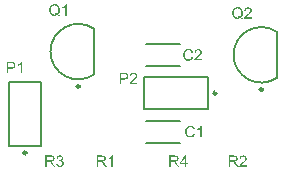
<source format=gto>
G04*
G04 #@! TF.GenerationSoftware,Altium Limited,Altium Designer,25.1.2 (22)*
G04*
G04 Layer_Color=65535*
%FSLAX43Y43*%
%MOMM*%
G71*
G04*
G04 #@! TF.SameCoordinates,FE980EDD-9F86-4238-A096-CE694C3FDE77*
G04*
G04*
G04 #@! TF.FilePolarity,Positive*
G04*
G01*
G75*
%ADD10C,0.250*%
%ADD11C,0.200*%
G36*
X14203Y18481D02*
X14216Y18480D01*
X14229Y18479D01*
X14244Y18476D01*
X14260Y18472D01*
X14295Y18464D01*
X14313Y18457D01*
X14332Y18450D01*
X14350Y18441D01*
X14368Y18430D01*
X14384Y18419D01*
X14400Y18405D01*
X14402Y18404D01*
X14404Y18401D01*
X14408Y18397D01*
X14413Y18391D01*
X14419Y18384D01*
X14427Y18375D01*
X14433Y18365D01*
X14442Y18352D01*
X14449Y18340D01*
X14455Y18325D01*
X14469Y18292D01*
X14474Y18275D01*
X14478Y18256D01*
X14480Y18236D01*
X14482Y18215D01*
Y18212D01*
Y18205D01*
X14480Y18194D01*
X14479Y18179D01*
X14475Y18162D01*
X14472Y18142D01*
X14465Y18122D01*
X14458Y18101D01*
X14457Y18099D01*
X14453Y18091D01*
X14448Y18080D01*
X14439Y18066D01*
X14428Y18049D01*
X14414Y18029D01*
X14398Y18006D01*
X14379Y17984D01*
Y17983D01*
X14377Y17981D01*
X14373Y17978D01*
X14369Y17973D01*
X14363Y17966D01*
X14355Y17959D01*
X14347Y17950D01*
X14335Y17940D01*
X14324Y17929D01*
X14310Y17916D01*
X14295Y17901D01*
X14279Y17886D01*
X14260Y17870D01*
X14242Y17854D01*
X14219Y17835D01*
X14197Y17815D01*
X14196Y17814D01*
X14192Y17811D01*
X14187Y17806D01*
X14179Y17801D01*
X14172Y17794D01*
X14162Y17785D01*
X14141Y17766D01*
X14117Y17746D01*
X14094Y17726D01*
X14084Y17718D01*
X14076Y17709D01*
X14067Y17700D01*
X14061Y17694D01*
X14059Y17693D01*
X14056Y17689D01*
X14051Y17683D01*
X14043Y17674D01*
X14036Y17665D01*
X14027Y17654D01*
X14011Y17631D01*
X14483D01*
Y17518D01*
X13847D01*
Y17520D01*
Y17525D01*
Y17533D01*
X13848Y17544D01*
X13849Y17556D01*
X13852Y17570D01*
X13856Y17584D01*
X13861Y17599D01*
Y17600D01*
X13862Y17601D01*
X13863Y17605D01*
X13866Y17610D01*
X13871Y17623D01*
X13879Y17639D01*
X13891Y17659D01*
X13903Y17680D01*
X13919Y17703D01*
X13938Y17726D01*
X13939Y17728D01*
X13941Y17729D01*
X13944Y17733D01*
X13948Y17738D01*
X13961Y17751D01*
X13978Y17769D01*
X13999Y17790D01*
X14026Y17815D01*
X14057Y17843D01*
X14093Y17873D01*
X14094Y17874D01*
X14099Y17879D01*
X14108Y17885D01*
X14118Y17894D01*
X14131Y17905D01*
X14146Y17918D01*
X14162Y17931D01*
X14178Y17946D01*
X14213Y17979D01*
X14248Y18013D01*
X14264Y18030D01*
X14279Y18046D01*
X14293Y18061D01*
X14304Y18076D01*
X14305Y18077D01*
X14307Y18080D01*
X14309Y18084D01*
X14313Y18089D01*
X14317Y18096D01*
X14322Y18104D01*
X14333Y18122D01*
X14343Y18144D01*
X14352Y18167D01*
X14358Y18194D01*
X14360Y18206D01*
Y18219D01*
Y18220D01*
Y18222D01*
Y18225D01*
X14359Y18230D01*
X14358Y18244D01*
X14354Y18260D01*
X14348Y18279D01*
X14339Y18297D01*
X14327Y18317D01*
X14309Y18336D01*
X14307Y18339D01*
X14300Y18344D01*
X14289Y18351D01*
X14274Y18361D01*
X14255Y18370D01*
X14233Y18377D01*
X14207Y18382D01*
X14178Y18385D01*
X14169D01*
X14164Y18384D01*
X14157D01*
X14148Y18382D01*
X14129Y18379D01*
X14108Y18372D01*
X14084Y18364D01*
X14062Y18351D01*
X14042Y18334D01*
X14039Y18331D01*
X14034Y18325D01*
X14026Y18312D01*
X14017Y18297D01*
X14007Y18276D01*
X13998Y18252D01*
X13993Y18225D01*
X13991Y18192D01*
X13869Y18205D01*
Y18206D01*
X13871Y18211D01*
Y18217D01*
X13872Y18227D01*
X13874Y18239D01*
X13877Y18251D01*
X13881Y18266D01*
X13886Y18281D01*
X13897Y18315D01*
X13904Y18332D01*
X13913Y18349D01*
X13923Y18366D01*
X13934Y18382D01*
X13947Y18397D01*
X13962Y18411D01*
X13963Y18412D01*
X13966Y18414D01*
X13971Y18417D01*
X13977Y18422D01*
X13986Y18427D01*
X13996Y18434D01*
X14007Y18440D01*
X14021Y18447D01*
X14036Y18454D01*
X14052Y18460D01*
X14069Y18466D01*
X14089Y18471D01*
X14109Y18476D01*
X14132Y18480D01*
X14156Y18481D01*
X14181Y18482D01*
X14194D01*
X14203Y18481D01*
D02*
G37*
G36*
X13433Y18477D02*
X13456Y18476D01*
X13481Y18475D01*
X13504Y18472D01*
X13524Y18469D01*
X13528D01*
X13531Y18467D01*
X13536Y18466D01*
X13549Y18464D01*
X13566Y18459D01*
X13584Y18452D01*
X13603Y18445D01*
X13623Y18435D01*
X13642Y18424D01*
X13644Y18422D01*
X13649Y18417D01*
X13659Y18410D01*
X13669Y18400D01*
X13682Y18387D01*
X13696Y18371D01*
X13708Y18352D01*
X13719Y18331D01*
Y18330D01*
X13721Y18329D01*
X13722Y18325D01*
X13724Y18321D01*
X13729Y18309D01*
X13734Y18292D01*
X13739Y18272D01*
X13744Y18250D01*
X13748Y18226D01*
X13749Y18200D01*
Y18199D01*
Y18195D01*
Y18189D01*
X13748Y18180D01*
X13747Y18169D01*
X13746Y18156D01*
X13743Y18142D01*
X13739Y18129D01*
X13731Y18095D01*
X13724Y18079D01*
X13716Y18061D01*
X13707Y18044D01*
X13697Y18026D01*
X13684Y18009D01*
X13671Y17993D01*
X13669Y17991D01*
X13667Y17989D01*
X13662Y17985D01*
X13656Y17979D01*
X13647Y17973D01*
X13636Y17966D01*
X13622Y17958D01*
X13607Y17950D01*
X13588Y17943D01*
X13568Y17935D01*
X13544Y17928D01*
X13519Y17921D01*
X13491Y17915D01*
X13459Y17911D01*
X13426Y17909D01*
X13389Y17908D01*
X13145D01*
Y17518D01*
X13017D01*
Y18479D01*
X13412D01*
X13433Y18477D01*
D02*
G37*
G36*
X18643Y10858D02*
X18773D01*
Y10749D01*
X18643D01*
Y10519D01*
X18525D01*
Y10749D01*
X18108D01*
Y10858D01*
X18547Y11481D01*
X18643D01*
Y10858D01*
D02*
G37*
G36*
X17686Y11479D02*
X17697D01*
X17711Y11478D01*
X17726Y11477D01*
X17757Y11474D01*
X17789Y11469D01*
X17821Y11463D01*
X17836Y11459D01*
X17848Y11454D01*
X17849D01*
X17851Y11453D01*
X17854Y11452D01*
X17859Y11449D01*
X17872Y11443D01*
X17887Y11433D01*
X17904Y11421D01*
X17922Y11404D01*
X17939Y11384D01*
X17956Y11362D01*
Y11361D01*
X17957Y11359D01*
X17959Y11356D01*
X17962Y11351D01*
X17968Y11337D01*
X17976Y11319D01*
X17983Y11298D01*
X17989Y11273D01*
X17994Y11246D01*
X17996Y11217D01*
Y11216D01*
Y11212D01*
Y11207D01*
X17994Y11199D01*
X17993Y11191D01*
X17992Y11181D01*
X17987Y11157D01*
X17979Y11129D01*
X17968Y11101D01*
X17961Y11087D01*
X17952Y11072D01*
X17941Y11058D01*
X17929Y11044D01*
X17928Y11043D01*
X17927Y11042D01*
X17922Y11038D01*
X17917Y11033D01*
X17909Y11028D01*
X17901Y11022D01*
X17891Y11014D01*
X17879Y11007D01*
X17866Y10999D01*
X17851Y10992D01*
X17833Y10984D01*
X17814Y10977D01*
X17794Y10971D01*
X17773Y10964D01*
X17749Y10959D01*
X17724Y10956D01*
X17727Y10954D01*
X17733Y10952D01*
X17742Y10947D01*
X17753Y10941D01*
X17778Y10924D01*
X17789Y10916D01*
X17801Y10907D01*
X17802D01*
X17803Y10904D01*
X17811Y10898D01*
X17821Y10887D01*
X17836Y10872D01*
X17852Y10854D01*
X17869Y10832D01*
X17888Y10807D01*
X17907Y10779D01*
X18073Y10519D01*
X17913D01*
X17787Y10718D01*
Y10719D01*
X17784Y10722D01*
X17782Y10727D01*
X17778Y10732D01*
X17773Y10739D01*
X17767Y10748D01*
X17754Y10767D01*
X17739Y10788D01*
X17724Y10809D01*
X17709Y10831D01*
X17694Y10849D01*
X17693Y10852D01*
X17688Y10857D01*
X17682Y10866D01*
X17673Y10874D01*
X17663Y10886D01*
X17652Y10897D01*
X17641Y10906D01*
X17629Y10914D01*
X17628Y10916D01*
X17624Y10917D01*
X17619Y10921D01*
X17612Y10924D01*
X17603Y10929D01*
X17593Y10933D01*
X17572Y10941D01*
X17571D01*
X17568Y10942D01*
X17563D01*
X17556Y10943D01*
X17546Y10944D01*
X17533D01*
X17520Y10946D01*
X17355D01*
Y10519D01*
X17227D01*
Y11481D01*
X17674D01*
X17686Y11479D01*
D02*
G37*
G36*
X7966Y11489D02*
X7975D01*
X7994Y11487D01*
X8016Y11482D01*
X8040Y11477D01*
X8065Y11468D01*
X8090Y11457D01*
X8091D01*
X8092Y11456D01*
X8096Y11453D01*
X8101Y11451D01*
X8112Y11443D01*
X8127Y11433D01*
X8144Y11419D01*
X8161Y11403D01*
X8177Y11386D01*
X8191Y11364D01*
Y11363D01*
X8192Y11362D01*
X8197Y11354D01*
X8202Y11342D01*
X8210Y11327D01*
X8216Y11308D01*
X8222Y11287D01*
X8226Y11264D01*
X8227Y11241D01*
Y11239D01*
Y11238D01*
Y11231D01*
X8226Y11218D01*
X8224Y11203D01*
X8219Y11186D01*
X8214Y11167D01*
X8205Y11147D01*
X8194Y11127D01*
X8192Y11124D01*
X8187Y11118D01*
X8180Y11109D01*
X8169Y11098D01*
X8155Y11084D01*
X8137Y11071D01*
X8117Y11058D01*
X8095Y11046D01*
X8096D01*
X8099Y11044D01*
X8104Y11043D01*
X8109Y11042D01*
X8116Y11039D01*
X8125Y11036D01*
X8144Y11028D01*
X8165Y11017D01*
X8186Y11002D01*
X8209Y10984D01*
X8227Y10963D01*
Y10962D01*
X8230Y10961D01*
X8232Y10957D01*
X8235Y10952D01*
X8239Y10946D01*
X8242Y10939D01*
X8251Y10921D01*
X8260Y10898D01*
X8267Y10872D01*
X8272Y10843D01*
X8275Y10809D01*
Y10808D01*
Y10804D01*
Y10797D01*
X8274Y10788D01*
X8272Y10777D01*
X8270Y10764D01*
X8267Y10751D01*
X8264Y10736D01*
X8259Y10719D01*
X8252Y10702D01*
X8245Y10684D01*
X8236Y10666D01*
X8225Y10648D01*
X8212Y10629D01*
X8199Y10612D01*
X8182Y10596D01*
X8181Y10594D01*
X8179Y10592D01*
X8174Y10588D01*
X8166Y10582D01*
X8157Y10576D01*
X8146Y10568D01*
X8134Y10561D01*
X8120Y10553D01*
X8104Y10544D01*
X8086Y10537D01*
X8067Y10530D01*
X8046Y10523D01*
X8025Y10517D01*
X8001Y10513D01*
X7977Y10511D01*
X7951Y10509D01*
X7939D01*
X7930Y10511D01*
X7920Y10512D01*
X7907Y10513D01*
X7892Y10516D01*
X7877Y10519D01*
X7845Y10528D01*
X7827Y10535D01*
X7810Y10541D01*
X7791Y10549D01*
X7774Y10559D01*
X7757Y10571D01*
X7741Y10584D01*
X7740Y10586D01*
X7737Y10588D01*
X7734Y10592D01*
X7727Y10598D01*
X7721Y10606D01*
X7714Y10614D01*
X7706Y10626D01*
X7697Y10637D01*
X7690Y10651D01*
X7681Y10666D01*
X7674Y10682D01*
X7666Y10699D01*
X7659Y10718D01*
X7654Y10737D01*
X7649Y10758D01*
X7646Y10781D01*
X7764Y10797D01*
Y10796D01*
X7765Y10792D01*
X7766Y10787D01*
X7767Y10781D01*
X7770Y10772D01*
X7772Y10763D01*
X7780Y10741D01*
X7789Y10717D01*
X7801Y10693D01*
X7815Y10669D01*
X7822Y10659D01*
X7831Y10651D01*
X7834Y10649D01*
X7840Y10644D01*
X7850Y10637D01*
X7865Y10629D01*
X7882Y10621D01*
X7902Y10614D01*
X7926Y10609D01*
X7951Y10607D01*
X7960D01*
X7965Y10608D01*
X7972D01*
X7981Y10609D01*
X8000Y10614D01*
X8022Y10621D01*
X8046Y10631D01*
X8070Y10646D01*
X8081Y10654D01*
X8092Y10664D01*
X8094Y10666D01*
X8095Y10667D01*
X8097Y10671D01*
X8101Y10674D01*
X8111Y10687D01*
X8121Y10704D01*
X8131Y10724D01*
X8141Y10749D01*
X8147Y10777D01*
X8150Y10792D01*
Y10807D01*
Y10808D01*
Y10811D01*
Y10814D01*
X8149Y10821D01*
Y10827D01*
X8147Y10836D01*
X8144Y10854D01*
X8137Y10876D01*
X8127Y10898D01*
X8114Y10919D01*
X8106Y10931D01*
X8096Y10941D01*
X8094Y10943D01*
X8086Y10949D01*
X8075Y10957D01*
X8060Y10967D01*
X8040Y10977D01*
X8017Y10984D01*
X7991Y10991D01*
X7961Y10993D01*
X7947D01*
X7939Y10992D01*
X7926Y10991D01*
X7911Y10988D01*
X7895Y10984D01*
X7877Y10981D01*
X7891Y11084D01*
X7894D01*
X7897Y11083D01*
X7904Y11082D01*
X7917D01*
X7922Y11083D01*
X7937Y11084D01*
X7955Y11087D01*
X7976Y11092D01*
X7999Y11098D01*
X8022Y11108D01*
X8045Y11121D01*
X8046D01*
X8047Y11123D01*
X8055Y11128D01*
X8065Y11138D01*
X8076Y11151D01*
X8087Y11168D01*
X8096Y11189D01*
X8104Y11214D01*
X8105Y11228D01*
X8106Y11243D01*
Y11244D01*
Y11246D01*
X8105Y11254D01*
X8104Y11266D01*
X8101Y11281D01*
X8095Y11297D01*
X8087Y11314D01*
X8076Y11333D01*
X8061Y11349D01*
X8059Y11352D01*
X8054Y11357D01*
X8044Y11363D01*
X8031Y11372D01*
X8015Y11379D01*
X7995Y11387D01*
X7974Y11392D01*
X7949Y11393D01*
X7942D01*
X7937Y11392D01*
X7924Y11391D01*
X7907Y11388D01*
X7890Y11382D01*
X7870Y11374D01*
X7851Y11364D01*
X7832Y11349D01*
X7830Y11347D01*
X7825Y11342D01*
X7817Y11332D01*
X7809Y11317D01*
X7799Y11299D01*
X7789Y11277D01*
X7781Y11251D01*
X7775Y11221D01*
X7657Y11242D01*
Y11243D01*
X7659Y11247D01*
X7660Y11253D01*
X7662Y11262D01*
X7665Y11271D01*
X7669Y11283D01*
X7672Y11296D01*
X7677Y11309D01*
X7691Y11338D01*
X7707Y11368D01*
X7729Y11398D01*
X7741Y11412D01*
X7755Y11424D01*
X7756Y11426D01*
X7759Y11427D01*
X7762Y11431D01*
X7769Y11434D01*
X7776Y11439D01*
X7785Y11446D01*
X7796Y11452D01*
X7807Y11458D01*
X7821Y11463D01*
X7835Y11469D01*
X7867Y11481D01*
X7905Y11488D01*
X7925Y11489D01*
X7946Y11491D01*
X7960D01*
X7966Y11489D01*
D02*
G37*
G36*
X7184Y11486D02*
X7195D01*
X7209Y11484D01*
X7224Y11483D01*
X7255Y11481D01*
X7288Y11476D01*
X7319Y11469D01*
X7334Y11466D01*
X7346Y11461D01*
X7348D01*
X7349Y11459D01*
X7353Y11458D01*
X7358Y11456D01*
X7370Y11449D01*
X7385Y11439D01*
X7403Y11427D01*
X7420Y11411D01*
X7438Y11391D01*
X7454Y11368D01*
Y11367D01*
X7455Y11366D01*
X7458Y11362D01*
X7460Y11357D01*
X7466Y11343D01*
X7474Y11326D01*
X7481Y11304D01*
X7488Y11279D01*
X7492Y11252D01*
X7494Y11223D01*
Y11222D01*
Y11218D01*
Y11213D01*
X7492Y11206D01*
X7491Y11197D01*
X7490Y11187D01*
X7485Y11163D01*
X7477Y11136D01*
X7466Y11107D01*
X7459Y11093D01*
X7450Y11078D01*
X7439Y11064D01*
X7428Y11051D01*
X7426Y11049D01*
X7425Y11048D01*
X7420Y11044D01*
X7415Y11039D01*
X7408Y11034D01*
X7399Y11028D01*
X7389Y11021D01*
X7378Y11013D01*
X7364Y11006D01*
X7349Y10998D01*
X7331Y10991D01*
X7313Y10983D01*
X7293Y10977D01*
X7271Y10971D01*
X7248Y10966D01*
X7223Y10962D01*
X7225Y10961D01*
X7231Y10958D01*
X7240Y10953D01*
X7251Y10947D01*
X7276Y10931D01*
X7288Y10922D01*
X7299Y10913D01*
X7300D01*
X7301Y10911D01*
X7309Y10904D01*
X7319Y10893D01*
X7334Y10878D01*
X7350Y10861D01*
X7368Y10838D01*
X7386Y10813D01*
X7405Y10786D01*
X7571Y10526D01*
X7411D01*
X7285Y10724D01*
Y10726D01*
X7283Y10728D01*
X7280Y10733D01*
X7276Y10738D01*
X7271Y10746D01*
X7265Y10754D01*
X7253Y10773D01*
X7238Y10794D01*
X7223Y10816D01*
X7208Y10837D01*
X7193Y10856D01*
X7191Y10858D01*
X7186Y10863D01*
X7180Y10872D01*
X7171Y10881D01*
X7161Y10892D01*
X7150Y10903D01*
X7139Y10912D01*
X7128Y10921D01*
X7126Y10922D01*
X7123Y10923D01*
X7118Y10927D01*
X7110Y10931D01*
X7101Y10936D01*
X7091Y10939D01*
X7070Y10947D01*
X7069D01*
X7066Y10948D01*
X7061D01*
X7054Y10949D01*
X7044Y10951D01*
X7031D01*
X7018Y10952D01*
X6853D01*
Y10526D01*
X6725D01*
Y11487D01*
X7173D01*
X7184Y11486D01*
D02*
G37*
G36*
X23490Y11481D02*
X23502Y11480D01*
X23516Y11479D01*
X23531Y11476D01*
X23547Y11472D01*
X23582Y11464D01*
X23600Y11457D01*
X23619Y11450D01*
X23637Y11441D01*
X23655Y11430D01*
X23671Y11419D01*
X23687Y11405D01*
X23689Y11404D01*
X23691Y11401D01*
X23695Y11397D01*
X23700Y11391D01*
X23706Y11384D01*
X23714Y11375D01*
X23720Y11365D01*
X23729Y11352D01*
X23736Y11340D01*
X23742Y11325D01*
X23756Y11292D01*
X23761Y11275D01*
X23765Y11256D01*
X23767Y11236D01*
X23769Y11215D01*
Y11212D01*
Y11205D01*
X23767Y11194D01*
X23766Y11179D01*
X23762Y11162D01*
X23759Y11142D01*
X23752Y11122D01*
X23745Y11101D01*
X23744Y11099D01*
X23740Y11091D01*
X23735Y11080D01*
X23726Y11066D01*
X23715Y11049D01*
X23701Y11029D01*
X23685Y11006D01*
X23666Y10984D01*
Y10983D01*
X23664Y10981D01*
X23660Y10978D01*
X23656Y10973D01*
X23650Y10966D01*
X23642Y10959D01*
X23634Y10950D01*
X23622Y10940D01*
X23611Y10929D01*
X23597Y10916D01*
X23582Y10901D01*
X23566Y10886D01*
X23547Y10870D01*
X23529Y10854D01*
X23506Y10835D01*
X23484Y10815D01*
X23482Y10814D01*
X23479Y10811D01*
X23474Y10806D01*
X23466Y10801D01*
X23459Y10794D01*
X23449Y10785D01*
X23427Y10766D01*
X23404Y10746D01*
X23381Y10726D01*
X23371Y10718D01*
X23362Y10709D01*
X23354Y10700D01*
X23347Y10694D01*
X23346Y10693D01*
X23342Y10689D01*
X23337Y10683D01*
X23330Y10674D01*
X23322Y10665D01*
X23314Y10654D01*
X23297Y10631D01*
X23770D01*
Y10518D01*
X23134D01*
Y10520D01*
Y10525D01*
Y10533D01*
X23135Y10544D01*
X23136Y10556D01*
X23139Y10570D01*
X23142Y10584D01*
X23147Y10599D01*
Y10600D01*
X23149Y10601D01*
X23150Y10605D01*
X23152Y10610D01*
X23157Y10623D01*
X23166Y10639D01*
X23177Y10659D01*
X23190Y10680D01*
X23206Y10703D01*
X23225Y10726D01*
X23226Y10728D01*
X23227Y10729D01*
X23231Y10733D01*
X23235Y10738D01*
X23247Y10751D01*
X23265Y10769D01*
X23286Y10790D01*
X23312Y10815D01*
X23344Y10843D01*
X23380Y10873D01*
X23381Y10874D01*
X23386Y10879D01*
X23395Y10885D01*
X23405Y10894D01*
X23417Y10905D01*
X23432Y10918D01*
X23449Y10931D01*
X23465Y10946D01*
X23500Y10979D01*
X23535Y11012D01*
X23551Y11030D01*
X23566Y11046D01*
X23580Y11061D01*
X23591Y11076D01*
X23592Y11077D01*
X23594Y11080D01*
X23596Y11084D01*
X23600Y11089D01*
X23604Y11096D01*
X23609Y11104D01*
X23620Y11122D01*
X23630Y11144D01*
X23639Y11167D01*
X23645Y11194D01*
X23647Y11206D01*
Y11219D01*
Y11220D01*
Y11222D01*
Y11225D01*
X23646Y11230D01*
X23645Y11244D01*
X23641Y11260D01*
X23635Y11279D01*
X23626Y11297D01*
X23614Y11317D01*
X23596Y11336D01*
X23594Y11339D01*
X23587Y11344D01*
X23576Y11351D01*
X23561Y11361D01*
X23542Y11370D01*
X23520Y11377D01*
X23494Y11382D01*
X23465Y11385D01*
X23456D01*
X23451Y11384D01*
X23444D01*
X23435Y11382D01*
X23416Y11379D01*
X23395Y11372D01*
X23371Y11364D01*
X23349Y11351D01*
X23329Y11334D01*
X23326Y11331D01*
X23321Y11325D01*
X23312Y11312D01*
X23304Y11297D01*
X23294Y11276D01*
X23285Y11252D01*
X23280Y11225D01*
X23277Y11192D01*
X23156Y11205D01*
Y11206D01*
X23157Y11211D01*
Y11217D01*
X23159Y11227D01*
X23161Y11239D01*
X23164Y11251D01*
X23167Y11266D01*
X23172Y11281D01*
X23184Y11315D01*
X23191Y11332D01*
X23200Y11349D01*
X23210Y11366D01*
X23221Y11382D01*
X23234Y11397D01*
X23249Y11411D01*
X23250Y11412D01*
X23252Y11414D01*
X23257Y11417D01*
X23264Y11422D01*
X23272Y11427D01*
X23282Y11434D01*
X23294Y11440D01*
X23307Y11447D01*
X23322Y11454D01*
X23339Y11460D01*
X23356Y11466D01*
X23376Y11471D01*
X23396Y11476D01*
X23419Y11480D01*
X23442Y11481D01*
X23467Y11482D01*
X23481D01*
X23490Y11481D01*
D02*
G37*
G36*
X22689Y11477D02*
X22700D01*
X22714Y11476D01*
X22729Y11475D01*
X22760Y11472D01*
X22793Y11467D01*
X22824Y11461D01*
X22839Y11457D01*
X22851Y11452D01*
X22853D01*
X22854Y11451D01*
X22858Y11450D01*
X22863Y11447D01*
X22875Y11441D01*
X22890Y11431D01*
X22908Y11419D01*
X22925Y11402D01*
X22943Y11382D01*
X22959Y11360D01*
Y11359D01*
X22960Y11357D01*
X22963Y11354D01*
X22965Y11349D01*
X22971Y11335D01*
X22979Y11317D01*
X22986Y11296D01*
X22993Y11271D01*
X22997Y11244D01*
X22999Y11215D01*
Y11214D01*
Y11210D01*
Y11205D01*
X22997Y11197D01*
X22996Y11189D01*
X22995Y11179D01*
X22990Y11155D01*
X22983Y11127D01*
X22971Y11099D01*
X22964Y11085D01*
X22955Y11070D01*
X22944Y11056D01*
X22933Y11042D01*
X22931Y11041D01*
X22930Y11040D01*
X22925Y11036D01*
X22920Y11031D01*
X22913Y11026D01*
X22904Y11020D01*
X22894Y11012D01*
X22883Y11005D01*
X22869Y10998D01*
X22854Y10990D01*
X22836Y10983D01*
X22818Y10975D01*
X22798Y10969D01*
X22776Y10963D01*
X22753Y10958D01*
X22728Y10954D01*
X22730Y10953D01*
X22736Y10950D01*
X22745Y10945D01*
X22756Y10939D01*
X22781Y10923D01*
X22793Y10914D01*
X22804Y10905D01*
X22805D01*
X22806Y10903D01*
X22814Y10896D01*
X22824Y10885D01*
X22839Y10870D01*
X22855Y10853D01*
X22873Y10830D01*
X22891Y10805D01*
X22910Y10778D01*
X23076Y10518D01*
X22916D01*
X22790Y10716D01*
Y10718D01*
X22788Y10720D01*
X22785Y10725D01*
X22781Y10730D01*
X22776Y10738D01*
X22770Y10746D01*
X22758Y10765D01*
X22743Y10786D01*
X22728Y10808D01*
X22713Y10829D01*
X22698Y10848D01*
X22696Y10850D01*
X22691Y10855D01*
X22685Y10864D01*
X22676Y10873D01*
X22666Y10884D01*
X22655Y10895D01*
X22644Y10904D01*
X22633Y10913D01*
X22631Y10914D01*
X22628Y10915D01*
X22623Y10919D01*
X22615Y10923D01*
X22606Y10928D01*
X22596Y10931D01*
X22575Y10939D01*
X22574D01*
X22571Y10940D01*
X22566D01*
X22559Y10941D01*
X22549Y10943D01*
X22536D01*
X22523Y10944D01*
X22358D01*
Y10518D01*
X22230D01*
Y11479D01*
X22678D01*
X22689Y11477D01*
D02*
G37*
G36*
X12432Y10518D02*
X12315D01*
Y11269D01*
X12312Y11267D01*
X12307Y11262D01*
X12297Y11254D01*
X12285Y11244D01*
X12269Y11231D01*
X12249Y11217D01*
X12227Y11202D01*
X12202Y11187D01*
X12201D01*
X12200Y11186D01*
X12196Y11184D01*
X12191Y11181D01*
X12177Y11174D01*
X12161Y11165D01*
X12142Y11155D01*
X12121Y11145D01*
X12100Y11135D01*
X12079Y11126D01*
Y11241D01*
X12080D01*
X12084Y11244D01*
X12089Y11246D01*
X12095Y11250D01*
X12104Y11254D01*
X12114Y11260D01*
X12137Y11272D01*
X12164Y11289D01*
X12194Y11309D01*
X12222Y11330D01*
X12251Y11354D01*
X12252Y11355D01*
X12255Y11356D01*
X12259Y11360D01*
X12264Y11365D01*
X12276Y11377D01*
X12292Y11395D01*
X12309Y11414D01*
X12326Y11436D01*
X12342Y11459D01*
X12356Y11482D01*
X12432D01*
Y10518D01*
D02*
G37*
G36*
X11526Y11477D02*
X11538D01*
X11551Y11476D01*
X11566Y11475D01*
X11598Y11472D01*
X11630Y11467D01*
X11661Y11461D01*
X11676Y11457D01*
X11689Y11452D01*
X11690D01*
X11691Y11451D01*
X11695Y11450D01*
X11700Y11447D01*
X11713Y11441D01*
X11728Y11431D01*
X11745Y11419D01*
X11762Y11402D01*
X11780Y11382D01*
X11796Y11360D01*
Y11359D01*
X11797Y11357D01*
X11800Y11354D01*
X11802Y11349D01*
X11809Y11335D01*
X11816Y11317D01*
X11824Y11296D01*
X11830Y11271D01*
X11835Y11244D01*
X11836Y11215D01*
Y11214D01*
Y11210D01*
Y11205D01*
X11835Y11197D01*
X11834Y11189D01*
X11832Y11179D01*
X11827Y11155D01*
X11820Y11127D01*
X11809Y11099D01*
X11801Y11085D01*
X11792Y11070D01*
X11781Y11056D01*
X11770Y11042D01*
X11769Y11041D01*
X11767Y11040D01*
X11762Y11036D01*
X11757Y11031D01*
X11750Y11026D01*
X11741Y11020D01*
X11731Y11012D01*
X11720Y11005D01*
X11706Y10998D01*
X11691Y10990D01*
X11674Y10983D01*
X11655Y10975D01*
X11635Y10969D01*
X11614Y10963D01*
X11590Y10958D01*
X11565Y10954D01*
X11568Y10953D01*
X11574Y10950D01*
X11583Y10945D01*
X11594Y10939D01*
X11619Y10923D01*
X11630Y10914D01*
X11641Y10905D01*
X11643D01*
X11644Y10903D01*
X11651Y10896D01*
X11661Y10885D01*
X11676Y10870D01*
X11693Y10853D01*
X11710Y10830D01*
X11729Y10805D01*
X11748Y10778D01*
X11914Y10518D01*
X11754D01*
X11628Y10716D01*
Y10718D01*
X11625Y10720D01*
X11623Y10725D01*
X11619Y10730D01*
X11614Y10738D01*
X11608Y10746D01*
X11595Y10765D01*
X11580Y10786D01*
X11565Y10808D01*
X11550Y10829D01*
X11535Y10848D01*
X11534Y10850D01*
X11529Y10855D01*
X11523Y10864D01*
X11514Y10873D01*
X11504Y10884D01*
X11493Y10895D01*
X11481Y10904D01*
X11470Y10913D01*
X11469Y10914D01*
X11465Y10915D01*
X11460Y10919D01*
X11453Y10923D01*
X11444Y10928D01*
X11434Y10931D01*
X11413Y10939D01*
X11411D01*
X11409Y10940D01*
X11404D01*
X11396Y10941D01*
X11386Y10943D01*
X11374D01*
X11360Y10944D01*
X11195D01*
Y10518D01*
X11068D01*
Y11479D01*
X11515D01*
X11526Y11477D01*
D02*
G37*
G36*
X23911Y24027D02*
X23923Y24025D01*
X23937Y24024D01*
X23952Y24022D01*
X23968Y24018D01*
X24003Y24009D01*
X24021Y24003D01*
X24039Y23995D01*
X24058Y23987D01*
X24076Y23975D01*
X24092Y23964D01*
X24108Y23950D01*
X24109Y23949D01*
X24112Y23947D01*
X24116Y23943D01*
X24121Y23937D01*
X24127Y23929D01*
X24134Y23920D01*
X24141Y23910D01*
X24149Y23898D01*
X24157Y23885D01*
X24163Y23870D01*
X24177Y23838D01*
X24182Y23821D01*
X24186Y23802D01*
X24188Y23782D01*
X24189Y23761D01*
Y23758D01*
Y23751D01*
X24188Y23739D01*
X24187Y23724D01*
X24183Y23708D01*
X24179Y23688D01*
X24173Y23668D01*
X24166Y23647D01*
X24164Y23644D01*
X24161Y23637D01*
X24156Y23626D01*
X24147Y23612D01*
X24136Y23594D01*
X24122Y23574D01*
X24106Y23552D01*
X24087Y23529D01*
Y23528D01*
X24084Y23527D01*
X24081Y23523D01*
X24077Y23518D01*
X24071Y23512D01*
X24063Y23504D01*
X24054Y23496D01*
X24043Y23486D01*
X24032Y23474D01*
X24018Y23462D01*
X24003Y23447D01*
X23987Y23432D01*
X23968Y23416D01*
X23949Y23399D01*
X23927Y23381D01*
X23904Y23361D01*
X23903Y23359D01*
X23899Y23357D01*
X23894Y23352D01*
X23887Y23347D01*
X23879Y23339D01*
X23869Y23331D01*
X23848Y23312D01*
X23824Y23292D01*
X23802Y23272D01*
X23792Y23263D01*
X23783Y23254D01*
X23774Y23246D01*
X23768Y23239D01*
X23767Y23238D01*
X23763Y23234D01*
X23758Y23228D01*
X23751Y23219D01*
X23743Y23211D01*
X23734Y23199D01*
X23718Y23177D01*
X24191D01*
Y23063D01*
X23555D01*
Y23066D01*
Y23071D01*
Y23078D01*
X23556Y23089D01*
X23557Y23102D01*
X23560Y23116D01*
X23563Y23129D01*
X23568Y23144D01*
Y23146D01*
X23570Y23147D01*
X23571Y23151D01*
X23573Y23156D01*
X23578Y23168D01*
X23587Y23184D01*
X23598Y23204D01*
X23611Y23226D01*
X23627Y23248D01*
X23646Y23272D01*
X23647Y23273D01*
X23648Y23274D01*
X23652Y23278D01*
X23656Y23283D01*
X23668Y23297D01*
X23686Y23314D01*
X23707Y23336D01*
X23733Y23361D01*
X23764Y23388D01*
X23801Y23418D01*
X23802Y23419D01*
X23807Y23424D01*
X23816Y23431D01*
X23826Y23439D01*
X23838Y23451D01*
X23853Y23463D01*
X23869Y23477D01*
X23886Y23492D01*
X23921Y23524D01*
X23956Y23558D01*
X23972Y23576D01*
X23987Y23592D01*
X24001Y23607D01*
X24012Y23622D01*
X24013Y23623D01*
X24014Y23626D01*
X24017Y23629D01*
X24021Y23634D01*
X24024Y23642D01*
X24029Y23649D01*
X24041Y23668D01*
X24051Y23689D01*
X24059Y23713D01*
X24066Y23739D01*
X24068Y23752D01*
Y23764D01*
Y23766D01*
Y23768D01*
Y23771D01*
X24067Y23776D01*
X24066Y23789D01*
X24062Y23806D01*
X24056Y23824D01*
X24047Y23843D01*
X24034Y23863D01*
X24017Y23882D01*
X24014Y23884D01*
X24008Y23889D01*
X23997Y23897D01*
X23982Y23907D01*
X23963Y23915D01*
X23941Y23923D01*
X23914Y23928D01*
X23886Y23930D01*
X23877D01*
X23872Y23929D01*
X23864D01*
X23856Y23928D01*
X23837Y23924D01*
X23816Y23918D01*
X23792Y23909D01*
X23769Y23897D01*
X23749Y23879D01*
X23747Y23877D01*
X23742Y23870D01*
X23733Y23858D01*
X23724Y23843D01*
X23715Y23822D01*
X23706Y23798D01*
X23701Y23771D01*
X23698Y23738D01*
X23577Y23751D01*
Y23752D01*
X23578Y23757D01*
Y23763D01*
X23580Y23773D01*
X23582Y23784D01*
X23585Y23797D01*
X23588Y23812D01*
X23593Y23827D01*
X23605Y23861D01*
X23612Y23878D01*
X23621Y23894D01*
X23631Y23912D01*
X23642Y23928D01*
X23655Y23943D01*
X23670Y23957D01*
X23671Y23958D01*
X23673Y23959D01*
X23678Y23963D01*
X23684Y23968D01*
X23693Y23973D01*
X23703Y23979D01*
X23715Y23985D01*
X23728Y23993D01*
X23743Y23999D01*
X23759Y24005D01*
X23777Y24012D01*
X23797Y24017D01*
X23817Y24022D01*
X23839Y24025D01*
X23863Y24027D01*
X23888Y24028D01*
X23902D01*
X23911Y24027D01*
D02*
G37*
G36*
X23012Y24039D02*
X23023Y24038D01*
X23037Y24037D01*
X23052Y24035D01*
X23070Y24033D01*
X23106Y24025D01*
X23146Y24014D01*
X23167Y24007D01*
X23187Y23998D01*
X23208Y23988D01*
X23228Y23977D01*
X23230Y23975D01*
X23233Y23974D01*
X23238Y23970D01*
X23246Y23965D01*
X23255Y23958D01*
X23266Y23950D01*
X23277Y23942D01*
X23290Y23930D01*
X23302Y23919D01*
X23316Y23905D01*
X23330Y23890D01*
X23343Y23875D01*
X23356Y23858D01*
X23368Y23839D01*
X23392Y23799D01*
X23393Y23798D01*
X23395Y23794D01*
X23397Y23788D01*
X23401Y23779D01*
X23405Y23769D01*
X23410Y23756D01*
X23415Y23742D01*
X23421Y23726D01*
X23426Y23707D01*
X23431Y23687D01*
X23436Y23667D01*
X23440Y23644D01*
X23446Y23596D01*
X23448Y23569D01*
Y23543D01*
Y23542D01*
Y23538D01*
Y23532D01*
Y23523D01*
X23447Y23513D01*
Y23501D01*
X23446Y23487D01*
X23443Y23472D01*
X23440Y23439D01*
X23433Y23403D01*
X23425Y23366D01*
X23412Y23329D01*
Y23328D01*
X23411Y23326D01*
X23408Y23321D01*
X23406Y23313D01*
X23402Y23306D01*
X23397Y23296D01*
X23385Y23274D01*
X23370Y23248D01*
X23351Y23221D01*
X23328Y23193D01*
X23303Y23166D01*
X23305Y23164D01*
X23307Y23163D01*
X23312Y23159D01*
X23318Y23156D01*
X23326Y23151D01*
X23336Y23144D01*
X23357Y23132D01*
X23382Y23117D01*
X23410Y23102D01*
X23438Y23088D01*
X23467Y23077D01*
X23428Y22989D01*
X23427D01*
X23423Y22991D01*
X23418Y22993D01*
X23411Y22997D01*
X23401Y23001D01*
X23390Y23006D01*
X23377Y23012D01*
X23363Y23018D01*
X23332Y23034D01*
X23297Y23054D01*
X23261Y23078D01*
X23222Y23106D01*
X23221D01*
X23217Y23103D01*
X23212Y23101D01*
X23203Y23097D01*
X23193Y23092D01*
X23182Y23087D01*
X23168Y23082D01*
X23153Y23077D01*
X23136Y23071D01*
X23118Y23066D01*
X23098Y23061D01*
X23077Y23056D01*
X23033Y23049D01*
X23010Y23048D01*
X22986Y23047D01*
X22973D01*
X22963Y23048D01*
X22952Y23049D01*
X22940Y23051D01*
X22925Y23052D01*
X22907Y23054D01*
X22871Y23062D01*
X22831Y23073D01*
X22811Y23081D01*
X22791Y23089D01*
X22770Y23098D01*
X22750Y23109D01*
X22748Y23111D01*
X22745Y23112D01*
X22740Y23116D01*
X22732Y23121D01*
X22723Y23127D01*
X22713Y23136D01*
X22702Y23144D01*
X22690Y23154D01*
X22676Y23167D01*
X22664Y23179D01*
X22650Y23194D01*
X22636Y23211D01*
X22622Y23227D01*
X22610Y23246D01*
X22586Y23286D01*
Y23287D01*
X22584Y23291D01*
X22581Y23297D01*
X22577Y23306D01*
X22574Y23317D01*
X22569Y23329D01*
X22564Y23344D01*
X22559Y23361D01*
X22552Y23379D01*
X22547Y23399D01*
X22542Y23421D01*
X22539Y23443D01*
X22532Y23491D01*
X22531Y23517D01*
X22530Y23543D01*
Y23544D01*
Y23549D01*
Y23557D01*
X22531Y23567D01*
Y23579D01*
X22532Y23594D01*
X22535Y23611D01*
X22537Y23628D01*
X22540Y23648D01*
X22544Y23668D01*
X22554Y23712D01*
X22569Y23756D01*
X22577Y23778D01*
X22587Y23801D01*
X22589Y23802D01*
X22590Y23806D01*
X22594Y23812D01*
X22599Y23819D01*
X22604Y23829D01*
X22611Y23840D01*
X22620Y23853D01*
X22630Y23867D01*
X22652Y23895D01*
X22681Y23925D01*
X22713Y23954D01*
X22732Y23967D01*
X22751Y23979D01*
X22752Y23980D01*
X22756Y23982D01*
X22762Y23985D01*
X22770Y23989D01*
X22780Y23993D01*
X22792Y23999D01*
X22805Y24004D01*
X22821Y24010D01*
X22837Y24015D01*
X22856Y24022D01*
X22876Y24027D01*
X22896Y24030D01*
X22941Y24038D01*
X22965Y24039D01*
X22990Y24040D01*
X23002D01*
X23012Y24039D01*
D02*
G37*
G36*
X8522Y23317D02*
X8404D01*
Y24068D01*
X8402Y24067D01*
X8397Y24062D01*
X8387Y24053D01*
X8374Y24043D01*
X8358Y24031D01*
X8338Y24017D01*
X8317Y24002D01*
X8292Y23987D01*
X8290D01*
X8289Y23986D01*
X8285Y23983D01*
X8280Y23981D01*
X8267Y23973D01*
X8250Y23965D01*
X8232Y23955D01*
X8210Y23945D01*
X8189Y23935D01*
X8168Y23926D01*
Y24041D01*
X8169D01*
X8173Y24043D01*
X8178Y24046D01*
X8184Y24050D01*
X8193Y24053D01*
X8203Y24060D01*
X8227Y24072D01*
X8253Y24088D01*
X8283Y24108D01*
X8312Y24129D01*
X8340Y24153D01*
X8342Y24154D01*
X8344Y24156D01*
X8348Y24159D01*
X8353Y24164D01*
X8365Y24177D01*
X8382Y24194D01*
X8398Y24213D01*
X8415Y24236D01*
X8432Y24258D01*
X8445Y24282D01*
X8522D01*
Y23317D01*
D02*
G37*
G36*
X7518Y24293D02*
X7529Y24292D01*
X7543Y24291D01*
X7558Y24289D01*
X7576Y24287D01*
X7612Y24279D01*
X7652Y24268D01*
X7673Y24261D01*
X7693Y24252D01*
X7714Y24242D01*
X7734Y24231D01*
X7736Y24229D01*
X7739Y24228D01*
X7744Y24224D01*
X7752Y24219D01*
X7761Y24212D01*
X7772Y24204D01*
X7783Y24196D01*
X7796Y24184D01*
X7808Y24173D01*
X7822Y24159D01*
X7836Y24144D01*
X7849Y24129D01*
X7862Y24112D01*
X7874Y24093D01*
X7898Y24053D01*
X7899Y24052D01*
X7901Y24048D01*
X7903Y24042D01*
X7907Y24033D01*
X7911Y24023D01*
X7916Y24010D01*
X7921Y23996D01*
X7927Y23980D01*
X7932Y23961D01*
X7937Y23941D01*
X7942Y23921D01*
X7946Y23898D01*
X7952Y23850D01*
X7954Y23823D01*
Y23797D01*
Y23796D01*
Y23792D01*
Y23786D01*
Y23777D01*
X7953Y23767D01*
Y23755D01*
X7952Y23741D01*
X7949Y23726D01*
X7946Y23693D01*
X7939Y23657D01*
X7931Y23620D01*
X7918Y23583D01*
Y23582D01*
X7917Y23580D01*
X7914Y23575D01*
X7912Y23567D01*
X7908Y23560D01*
X7903Y23550D01*
X7891Y23528D01*
X7876Y23502D01*
X7857Y23475D01*
X7834Y23447D01*
X7809Y23420D01*
X7811Y23418D01*
X7813Y23417D01*
X7818Y23413D01*
X7824Y23410D01*
X7832Y23405D01*
X7842Y23398D01*
X7863Y23386D01*
X7888Y23371D01*
X7916Y23356D01*
X7944Y23342D01*
X7973Y23331D01*
X7934Y23243D01*
X7933D01*
X7929Y23245D01*
X7924Y23247D01*
X7917Y23251D01*
X7907Y23255D01*
X7896Y23260D01*
X7883Y23266D01*
X7869Y23272D01*
X7838Y23288D01*
X7803Y23308D01*
X7767Y23332D01*
X7728Y23360D01*
X7727D01*
X7723Y23357D01*
X7718Y23355D01*
X7709Y23351D01*
X7699Y23346D01*
X7688Y23341D01*
X7674Y23336D01*
X7659Y23331D01*
X7642Y23325D01*
X7624Y23320D01*
X7604Y23315D01*
X7583Y23310D01*
X7539Y23303D01*
X7516Y23302D01*
X7492Y23301D01*
X7479D01*
X7469Y23302D01*
X7458Y23303D01*
X7446Y23305D01*
X7431Y23306D01*
X7413Y23308D01*
X7377Y23316D01*
X7337Y23327D01*
X7317Y23335D01*
X7297Y23343D01*
X7276Y23352D01*
X7256Y23363D01*
X7254Y23365D01*
X7251Y23366D01*
X7246Y23370D01*
X7238Y23375D01*
X7229Y23381D01*
X7220Y23390D01*
X7208Y23398D01*
X7196Y23408D01*
X7182Y23421D01*
X7170Y23433D01*
X7156Y23448D01*
X7142Y23465D01*
X7128Y23481D01*
X7116Y23500D01*
X7092Y23540D01*
Y23541D01*
X7090Y23545D01*
X7087Y23551D01*
X7083Y23560D01*
X7080Y23571D01*
X7075Y23583D01*
X7070Y23598D01*
X7065Y23615D01*
X7058Y23633D01*
X7053Y23653D01*
X7048Y23675D01*
X7045Y23697D01*
X7038Y23745D01*
X7037Y23771D01*
X7036Y23797D01*
Y23798D01*
Y23803D01*
Y23811D01*
X7037Y23821D01*
Y23833D01*
X7038Y23848D01*
X7041Y23865D01*
X7043Y23882D01*
X7046Y23902D01*
X7050Y23922D01*
X7060Y23966D01*
X7075Y24010D01*
X7083Y24032D01*
X7093Y24055D01*
X7095Y24056D01*
X7096Y24060D01*
X7100Y24066D01*
X7105Y24073D01*
X7110Y24083D01*
X7117Y24094D01*
X7126Y24107D01*
X7136Y24121D01*
X7158Y24149D01*
X7187Y24179D01*
X7220Y24208D01*
X7238Y24221D01*
X7257Y24233D01*
X7258Y24234D01*
X7262Y24236D01*
X7268Y24239D01*
X7276Y24243D01*
X7286Y24247D01*
X7298Y24253D01*
X7311Y24258D01*
X7327Y24264D01*
X7343Y24269D01*
X7362Y24276D01*
X7382Y24281D01*
X7402Y24284D01*
X7447Y24292D01*
X7471Y24293D01*
X7496Y24294D01*
X7508D01*
X7518Y24293D01*
D02*
G37*
G36*
X4745Y18440D02*
X4628D01*
Y19191D01*
X4625Y19190D01*
X4620Y19185D01*
X4610Y19176D01*
X4598Y19166D01*
X4582Y19154D01*
X4562Y19140D01*
X4540Y19125D01*
X4515Y19110D01*
X4514D01*
X4513Y19109D01*
X4509Y19106D01*
X4504Y19104D01*
X4490Y19096D01*
X4474Y19088D01*
X4455Y19078D01*
X4434Y19068D01*
X4413Y19058D01*
X4392Y19049D01*
Y19164D01*
X4393D01*
X4397Y19166D01*
X4402Y19169D01*
X4408Y19173D01*
X4417Y19176D01*
X4427Y19183D01*
X4450Y19195D01*
X4477Y19211D01*
X4507Y19231D01*
X4535Y19253D01*
X4564Y19276D01*
X4565Y19278D01*
X4568Y19279D01*
X4572Y19283D01*
X4577Y19288D01*
X4589Y19300D01*
X4605Y19318D01*
X4622Y19336D01*
X4639Y19359D01*
X4655Y19381D01*
X4669Y19405D01*
X4745D01*
Y18440D01*
D02*
G37*
G36*
X3871Y19400D02*
X3893Y19399D01*
X3918Y19398D01*
X3942Y19395D01*
X3962Y19391D01*
X3966D01*
X3968Y19390D01*
X3973Y19389D01*
X3987Y19386D01*
X4003Y19381D01*
X4022Y19375D01*
X4041Y19368D01*
X4060Y19358D01*
X4079Y19346D01*
X4082Y19345D01*
X4087Y19340D01*
X4097Y19333D01*
X4107Y19323D01*
X4119Y19310D01*
X4133Y19294D01*
X4145Y19275D01*
X4157Y19254D01*
Y19253D01*
X4158Y19251D01*
X4159Y19248D01*
X4162Y19244D01*
X4167Y19231D01*
X4172Y19215D01*
X4177Y19195D01*
X4182Y19173D01*
X4185Y19149D01*
X4187Y19123D01*
Y19121D01*
Y19118D01*
Y19111D01*
X4185Y19103D01*
X4184Y19091D01*
X4183Y19079D01*
X4180Y19065D01*
X4177Y19051D01*
X4168Y19018D01*
X4162Y19002D01*
X4153Y18984D01*
X4144Y18967D01*
X4134Y18949D01*
X4122Y18932D01*
X4108Y18915D01*
X4107Y18914D01*
X4104Y18912D01*
X4099Y18908D01*
X4093Y18902D01*
X4084Y18895D01*
X4073Y18889D01*
X4059Y18880D01*
X4044Y18873D01*
X4025Y18865D01*
X4006Y18858D01*
X3982Y18850D01*
X3957Y18844D01*
X3928Y18838D01*
X3897Y18834D01*
X3863Y18832D01*
X3827Y18830D01*
X3582D01*
Y18440D01*
X3454D01*
Y19401D01*
X3849D01*
X3871Y19400D01*
D02*
G37*
G36*
X18862Y20496D02*
X18875Y20494D01*
X18890Y20493D01*
X18906Y20490D01*
X18924Y20488D01*
X18961Y20479D01*
X18981Y20473D01*
X19002Y20466D01*
X19022Y20457D01*
X19042Y20448D01*
X19062Y20436D01*
X19081Y20423D01*
X19082Y20422D01*
X19085Y20419D01*
X19091Y20416D01*
X19097Y20409D01*
X19105Y20402D01*
X19115Y20393D01*
X19125Y20382D01*
X19136Y20369D01*
X19147Y20356D01*
X19159Y20341D01*
X19170Y20323D01*
X19181Y20306D01*
X19192Y20286D01*
X19202Y20264D01*
X19212Y20241D01*
X19220Y20217D01*
X19095Y20187D01*
Y20188D01*
X19094Y20192D01*
X19091Y20197D01*
X19089Y20204D01*
X19085Y20213D01*
X19081Y20223D01*
X19070Y20246D01*
X19056Y20271D01*
X19040Y20296D01*
X19020Y20319D01*
X19009Y20329D01*
X18997Y20339D01*
X18996D01*
X18995Y20342D01*
X18991Y20344D01*
X18986Y20347D01*
X18980Y20351D01*
X18972Y20354D01*
X18954Y20364D01*
X18930Y20373D01*
X18902Y20381D01*
X18871Y20386D01*
X18836Y20388D01*
X18825D01*
X18817Y20387D01*
X18809D01*
X18797Y20386D01*
X18785Y20383D01*
X18771Y20382D01*
X18742Y20376D01*
X18711Y20366D01*
X18680Y20352D01*
X18665Y20344D01*
X18650Y20334D01*
X18649D01*
X18646Y20332D01*
X18642Y20329D01*
X18637Y20324D01*
X18625Y20313D01*
X18610Y20297D01*
X18592Y20277D01*
X18575Y20252D01*
X18559Y20224D01*
X18546Y20192D01*
Y20191D01*
X18545Y20188D01*
X18544Y20183D01*
X18541Y20177D01*
X18539Y20168D01*
X18536Y20158D01*
X18534Y20147D01*
X18531Y20136D01*
X18526Y20107D01*
X18521Y20076D01*
X18517Y20042D01*
X18516Y20007D01*
Y20006D01*
Y20002D01*
Y19996D01*
Y19987D01*
X18517Y19976D01*
X18519Y19963D01*
Y19949D01*
X18521Y19934D01*
X18525Y19901D01*
X18531Y19866D01*
X18540Y19828D01*
X18551Y19793D01*
Y19792D01*
X18552Y19789D01*
X18555Y19784D01*
X18559Y19778D01*
X18562Y19771D01*
X18566Y19762D01*
X18579Y19742D01*
X18595Y19719D01*
X18614Y19697D01*
X18636Y19676D01*
X18662Y19657D01*
X18664D01*
X18666Y19654D01*
X18670Y19653D01*
X18676Y19649D01*
X18682Y19647D01*
X18691Y19643D01*
X18711Y19634D01*
X18736Y19626D01*
X18764Y19619D01*
X18794Y19614D01*
X18826Y19612D01*
X18836D01*
X18844Y19613D01*
X18854Y19614D01*
X18864Y19616D01*
X18876Y19617D01*
X18889Y19619D01*
X18917Y19627D01*
X18947Y19638D01*
X18964Y19644D01*
X18979Y19653D01*
X18994Y19662D01*
X19007Y19673D01*
X19009Y19674D01*
X19011Y19676D01*
X19015Y19679D01*
X19020Y19684D01*
X19025Y19691D01*
X19032Y19699D01*
X19040Y19708D01*
X19047Y19719D01*
X19056Y19731D01*
X19065Y19744D01*
X19072Y19759D01*
X19081Y19776D01*
X19089Y19794D01*
X19096Y19813D01*
X19102Y19833D01*
X19109Y19856D01*
X19236Y19823D01*
Y19822D01*
X19233Y19817D01*
X19231Y19808D01*
X19229Y19797D01*
X19223Y19784D01*
X19217Y19769D01*
X19211Y19753D01*
X19202Y19734D01*
X19194Y19716D01*
X19182Y19696D01*
X19171Y19677D01*
X19157Y19657D01*
X19144Y19637D01*
X19127Y19618D01*
X19110Y19601D01*
X19091Y19584D01*
X19090Y19583D01*
X19086Y19581D01*
X19081Y19577D01*
X19072Y19572D01*
X19062Y19566D01*
X19050Y19558D01*
X19036Y19552D01*
X19021Y19544D01*
X19002Y19536D01*
X18984Y19529D01*
X18962Y19522D01*
X18940Y19516D01*
X18916Y19511D01*
X18891Y19507D01*
X18865Y19504D01*
X18837Y19503D01*
X18822D01*
X18811Y19504D01*
X18799Y19506D01*
X18782Y19507D01*
X18766Y19508D01*
X18747Y19511D01*
X18707Y19518D01*
X18665Y19529D01*
X18644Y19537D01*
X18622Y19546D01*
X18602Y19554D01*
X18584Y19566D01*
X18582Y19567D01*
X18580Y19568D01*
X18575Y19572D01*
X18567Y19578D01*
X18560Y19584D01*
X18550Y19592D01*
X18540Y19602D01*
X18529Y19613D01*
X18516Y19624D01*
X18505Y19638D01*
X18492Y19653D01*
X18480Y19671D01*
X18467Y19688D01*
X18456Y19707D01*
X18445Y19728D01*
X18435Y19749D01*
Y19751D01*
X18432Y19754D01*
X18430Y19762D01*
X18427Y19771D01*
X18424Y19782D01*
X18419Y19794D01*
X18415Y19809D01*
X18410Y19827D01*
X18405Y19846D01*
X18401Y19866D01*
X18396Y19887D01*
X18392Y19908D01*
X18387Y19957D01*
X18385Y20007D01*
Y20008D01*
Y20013D01*
Y20022D01*
X18386Y20032D01*
Y20046D01*
X18387Y20061D01*
X18390Y20077D01*
X18392Y20096D01*
X18395Y20116D01*
X18399Y20137D01*
X18409Y20181D01*
X18422Y20224D01*
X18431Y20247D01*
X18441Y20268D01*
X18442Y20269D01*
X18444Y20273D01*
X18447Y20279D01*
X18452Y20287D01*
X18457Y20296D01*
X18465Y20307D01*
X18474Y20318D01*
X18484Y20332D01*
X18506Y20359D01*
X18535Y20387D01*
X18567Y20414D01*
X18586Y20427D01*
X18605Y20438D01*
X18606Y20439D01*
X18610Y20441D01*
X18616Y20443D01*
X18624Y20447D01*
X18634Y20452D01*
X18645Y20457D01*
X18659Y20462D01*
X18674Y20468D01*
X18691Y20473D01*
X18709Y20478D01*
X18749Y20488D01*
X18792Y20494D01*
X18815Y20497D01*
X18852D01*
X18862Y20496D01*
D02*
G37*
G36*
X19683Y20483D02*
X19696Y20482D01*
X19710Y20480D01*
X19725Y20478D01*
X19741Y20474D01*
X19776Y20466D01*
X19793Y20459D01*
X19812Y20452D01*
X19831Y20443D01*
X19848Y20432D01*
X19865Y20421D01*
X19881Y20407D01*
X19882Y20406D01*
X19885Y20403D01*
X19888Y20399D01*
X19893Y20393D01*
X19900Y20386D01*
X19907Y20377D01*
X19913Y20367D01*
X19922Y20354D01*
X19930Y20342D01*
X19936Y20327D01*
X19950Y20294D01*
X19955Y20277D01*
X19958Y20258D01*
X19961Y20238D01*
X19962Y20217D01*
Y20214D01*
Y20207D01*
X19961Y20196D01*
X19960Y20181D01*
X19956Y20164D01*
X19952Y20144D01*
X19946Y20124D01*
X19938Y20103D01*
X19937Y20101D01*
X19933Y20093D01*
X19928Y20082D01*
X19920Y20068D01*
X19908Y20051D01*
X19895Y20031D01*
X19878Y20008D01*
X19860Y19986D01*
Y19984D01*
X19857Y19983D01*
X19853Y19979D01*
X19850Y19974D01*
X19843Y19968D01*
X19836Y19961D01*
X19827Y19952D01*
X19816Y19942D01*
X19805Y19931D01*
X19791Y19918D01*
X19776Y19903D01*
X19760Y19888D01*
X19741Y19872D01*
X19722Y19856D01*
X19700Y19837D01*
X19677Y19817D01*
X19676Y19816D01*
X19672Y19813D01*
X19667Y19808D01*
X19660Y19803D01*
X19652Y19796D01*
X19642Y19787D01*
X19621Y19768D01*
X19597Y19748D01*
X19575Y19728D01*
X19565Y19719D01*
X19556Y19711D01*
X19547Y19702D01*
X19541Y19696D01*
X19540Y19694D01*
X19536Y19691D01*
X19531Y19684D01*
X19523Y19676D01*
X19516Y19667D01*
X19507Y19656D01*
X19491Y19633D01*
X19963D01*
Y19520D01*
X19327D01*
Y19522D01*
Y19527D01*
Y19534D01*
X19328Y19546D01*
X19330Y19558D01*
X19332Y19572D01*
X19336Y19586D01*
X19341Y19601D01*
Y19602D01*
X19342Y19603D01*
X19343Y19607D01*
X19346Y19612D01*
X19351Y19624D01*
X19360Y19641D01*
X19371Y19661D01*
X19383Y19682D01*
X19400Y19704D01*
X19418Y19728D01*
X19420Y19729D01*
X19421Y19731D01*
X19425Y19734D01*
X19428Y19739D01*
X19441Y19753D01*
X19458Y19771D01*
X19480Y19792D01*
X19506Y19817D01*
X19537Y19844D01*
X19573Y19874D01*
X19575Y19876D01*
X19580Y19881D01*
X19588Y19887D01*
X19598Y19896D01*
X19611Y19907D01*
X19626Y19919D01*
X19642Y19933D01*
X19658Y19948D01*
X19693Y19981D01*
X19728Y20014D01*
X19745Y20032D01*
X19760Y20048D01*
X19773Y20063D01*
X19785Y20078D01*
X19786Y20079D01*
X19787Y20082D01*
X19790Y20086D01*
X19793Y20091D01*
X19797Y20098D01*
X19802Y20106D01*
X19813Y20124D01*
X19823Y20146D01*
X19832Y20169D01*
X19838Y20196D01*
X19841Y20208D01*
Y20221D01*
Y20222D01*
Y20224D01*
Y20227D01*
X19840Y20232D01*
X19838Y20246D01*
X19835Y20262D01*
X19828Y20281D01*
X19820Y20299D01*
X19807Y20319D01*
X19790Y20338D01*
X19787Y20341D01*
X19781Y20346D01*
X19770Y20353D01*
X19755Y20363D01*
X19736Y20372D01*
X19713Y20379D01*
X19687Y20384D01*
X19658Y20387D01*
X19650D01*
X19645Y20386D01*
X19637D01*
X19628Y20384D01*
X19610Y20381D01*
X19588Y20374D01*
X19565Y20366D01*
X19542Y20353D01*
X19522Y20336D01*
X19520Y20333D01*
X19515Y20327D01*
X19506Y20314D01*
X19497Y20299D01*
X19487Y20278D01*
X19478Y20254D01*
X19473Y20227D01*
X19471Y20194D01*
X19350Y20207D01*
Y20208D01*
X19351Y20213D01*
Y20219D01*
X19352Y20229D01*
X19355Y20241D01*
X19357Y20253D01*
X19361Y20268D01*
X19366Y20283D01*
X19377Y20317D01*
X19385Y20334D01*
X19393Y20351D01*
X19403Y20368D01*
X19415Y20384D01*
X19427Y20399D01*
X19442Y20413D01*
X19443Y20414D01*
X19446Y20416D01*
X19451Y20419D01*
X19457Y20424D01*
X19466Y20429D01*
X19476Y20436D01*
X19487Y20442D01*
X19501Y20449D01*
X19516Y20456D01*
X19532Y20462D01*
X19550Y20468D01*
X19570Y20473D01*
X19590Y20478D01*
X19612Y20482D01*
X19636Y20483D01*
X19661Y20484D01*
X19675D01*
X19683Y20483D01*
D02*
G37*
G36*
X19026Y13995D02*
X19038Y13994D01*
X19053Y13993D01*
X19069Y13991D01*
X19087Y13988D01*
X19124Y13979D01*
X19144Y13973D01*
X19166Y13966D01*
X19186Y13957D01*
X19206Y13948D01*
X19226Y13936D01*
X19244Y13923D01*
X19246Y13922D01*
X19248Y13919D01*
X19254Y13916D01*
X19261Y13909D01*
X19268Y13902D01*
X19278Y13893D01*
X19288Y13882D01*
X19299Y13869D01*
X19311Y13856D01*
X19322Y13841D01*
X19333Y13823D01*
X19344Y13806D01*
X19356Y13786D01*
X19366Y13764D01*
X19376Y13741D01*
X19383Y13717D01*
X19258Y13687D01*
Y13688D01*
X19257Y13692D01*
X19254Y13697D01*
X19252Y13704D01*
X19248Y13713D01*
X19244Y13723D01*
X19233Y13746D01*
X19219Y13771D01*
X19203Y13796D01*
X19183Y13819D01*
X19172Y13829D01*
X19161Y13839D01*
X19159D01*
X19158Y13842D01*
X19154Y13844D01*
X19149Y13847D01*
X19143Y13851D01*
X19136Y13854D01*
X19117Y13864D01*
X19093Y13873D01*
X19066Y13881D01*
X19034Y13886D01*
X18999Y13888D01*
X18988D01*
X18981Y13887D01*
X18972D01*
X18961Y13886D01*
X18948Y13883D01*
X18934Y13882D01*
X18906Y13876D01*
X18874Y13866D01*
X18843Y13852D01*
X18828Y13844D01*
X18813Y13834D01*
X18812D01*
X18809Y13832D01*
X18806Y13829D01*
X18801Y13824D01*
X18788Y13813D01*
X18773Y13797D01*
X18756Y13777D01*
X18738Y13752D01*
X18722Y13724D01*
X18710Y13692D01*
Y13691D01*
X18708Y13688D01*
X18707Y13683D01*
X18705Y13677D01*
X18702Y13668D01*
X18700Y13658D01*
X18697Y13647D01*
X18695Y13636D01*
X18690Y13607D01*
X18685Y13576D01*
X18681Y13542D01*
X18680Y13507D01*
Y13506D01*
Y13502D01*
Y13496D01*
Y13487D01*
X18681Y13476D01*
X18682Y13463D01*
Y13449D01*
X18685Y13434D01*
X18688Y13401D01*
X18695Y13366D01*
X18703Y13328D01*
X18715Y13293D01*
Y13292D01*
X18716Y13289D01*
X18718Y13284D01*
X18722Y13278D01*
X18726Y13271D01*
X18730Y13262D01*
X18742Y13242D01*
X18758Y13219D01*
X18777Y13197D01*
X18799Y13176D01*
X18826Y13157D01*
X18827D01*
X18829Y13154D01*
X18833Y13153D01*
X18839Y13149D01*
X18846Y13147D01*
X18854Y13143D01*
X18874Y13134D01*
X18899Y13126D01*
X18927Y13119D01*
X18957Y13114D01*
X18989Y13112D01*
X18999D01*
X19007Y13113D01*
X19017Y13114D01*
X19027Y13116D01*
X19039Y13117D01*
X19052Y13119D01*
X19081Y13127D01*
X19111Y13138D01*
X19127Y13144D01*
X19142Y13153D01*
X19157Y13162D01*
X19171Y13173D01*
X19172Y13174D01*
X19174Y13176D01*
X19178Y13179D01*
X19183Y13184D01*
X19188Y13191D01*
X19196Y13199D01*
X19203Y13208D01*
X19211Y13219D01*
X19219Y13231D01*
X19228Y13244D01*
X19236Y13259D01*
X19244Y13276D01*
X19252Y13294D01*
X19259Y13313D01*
X19266Y13333D01*
X19272Y13356D01*
X19399Y13323D01*
Y13322D01*
X19397Y13317D01*
X19394Y13308D01*
X19392Y13297D01*
X19387Y13284D01*
X19381Y13269D01*
X19374Y13253D01*
X19366Y13234D01*
X19357Y13216D01*
X19346Y13196D01*
X19334Y13177D01*
X19321Y13157D01*
X19307Y13137D01*
X19291Y13118D01*
X19273Y13101D01*
X19254Y13084D01*
X19253Y13083D01*
X19249Y13081D01*
X19244Y13077D01*
X19236Y13072D01*
X19226Y13066D01*
X19213Y13058D01*
X19199Y13052D01*
X19184Y13044D01*
X19166Y13036D01*
X19147Y13030D01*
X19126Y13022D01*
X19103Y13016D01*
X19079Y13011D01*
X19054Y13007D01*
X19028Y13005D01*
X19001Y13003D01*
X18986D01*
X18974Y13005D01*
X18962Y13006D01*
X18946Y13007D01*
X18929Y13008D01*
X18911Y13011D01*
X18871Y13018D01*
X18828Y13030D01*
X18807Y13037D01*
X18786Y13046D01*
X18766Y13054D01*
X18747Y13066D01*
X18746Y13067D01*
X18743Y13068D01*
X18738Y13072D01*
X18731Y13078D01*
X18723Y13084D01*
X18713Y13092D01*
X18703Y13102D01*
X18692Y13113D01*
X18680Y13124D01*
X18668Y13138D01*
X18656Y13153D01*
X18643Y13171D01*
X18631Y13188D01*
X18620Y13207D01*
X18608Y13228D01*
X18598Y13249D01*
Y13251D01*
X18596Y13254D01*
X18593Y13262D01*
X18591Y13271D01*
X18587Y13282D01*
X18582Y13294D01*
X18578Y13309D01*
X18573Y13327D01*
X18568Y13346D01*
X18565Y13366D01*
X18560Y13387D01*
X18556Y13408D01*
X18551Y13457D01*
X18548Y13507D01*
Y13508D01*
Y13513D01*
Y13522D01*
X18550Y13532D01*
Y13546D01*
X18551Y13561D01*
X18553Y13577D01*
X18556Y13596D01*
X18558Y13616D01*
X18562Y13637D01*
X18572Y13681D01*
X18586Y13724D01*
X18595Y13747D01*
X18605Y13768D01*
X18606Y13769D01*
X18607Y13773D01*
X18611Y13779D01*
X18616Y13787D01*
X18621Y13796D01*
X18628Y13807D01*
X18637Y13818D01*
X18647Y13832D01*
X18670Y13859D01*
X18698Y13887D01*
X18731Y13914D01*
X18750Y13927D01*
X18768Y13938D01*
X18770Y13939D01*
X18773Y13941D01*
X18779Y13943D01*
X18787Y13947D01*
X18797Y13952D01*
X18808Y13957D01*
X18822Y13962D01*
X18837Y13968D01*
X18854Y13973D01*
X18872Y13978D01*
X18912Y13988D01*
X18956Y13994D01*
X18978Y13997D01*
X19016D01*
X19026Y13995D01*
D02*
G37*
G36*
X19952Y13019D02*
X19834D01*
Y13771D01*
X19832Y13769D01*
X19827Y13764D01*
X19817Y13756D01*
X19804Y13746D01*
X19788Y13733D01*
X19768Y13719D01*
X19747Y13704D01*
X19722Y13689D01*
X19721D01*
X19719Y13688D01*
X19716Y13686D01*
X19711Y13683D01*
X19697Y13676D01*
X19681Y13667D01*
X19662Y13657D01*
X19641Y13647D01*
X19619Y13637D01*
X19598Y13628D01*
Y13743D01*
X19599D01*
X19603Y13746D01*
X19608Y13748D01*
X19614Y13752D01*
X19623Y13756D01*
X19633Y13762D01*
X19657Y13774D01*
X19683Y13791D01*
X19713Y13811D01*
X19742Y13832D01*
X19770Y13856D01*
X19772Y13857D01*
X19774Y13858D01*
X19778Y13862D01*
X19783Y13867D01*
X19795Y13879D01*
X19812Y13897D01*
X19828Y13916D01*
X19845Y13938D01*
X19862Y13961D01*
X19875Y13984D01*
X19952D01*
Y13019D01*
D02*
G37*
%LPC*%
G36*
X13419Y18365D02*
X13145D01*
Y18021D01*
X13403D01*
X13412Y18022D01*
X13422D01*
X13433Y18024D01*
X13459Y18027D01*
X13488Y18032D01*
X13517Y18040D01*
X13543Y18051D01*
X13556Y18059D01*
X13566Y18066D01*
X13568Y18069D01*
X13574Y18075D01*
X13582Y18085D01*
X13592Y18100D01*
X13602Y18119D01*
X13609Y18141D01*
X13616Y18166D01*
X13618Y18196D01*
Y18197D01*
Y18199D01*
Y18206D01*
X13617Y18217D01*
X13614Y18231D01*
X13611Y18247D01*
X13604Y18265D01*
X13597Y18282D01*
X13587Y18299D01*
X13586Y18301D01*
X13582Y18306D01*
X13574Y18314D01*
X13566Y18322D01*
X13554Y18332D01*
X13541Y18341D01*
X13524Y18350D01*
X13507Y18356D01*
X13506D01*
X13501Y18357D01*
X13492Y18359D01*
X13481Y18361D01*
X13464Y18362D01*
X13444Y18364D01*
X13419Y18365D01*
D02*
G37*
G36*
X18525Y11292D02*
X18223Y10858D01*
X18525D01*
Y11292D01*
D02*
G37*
G36*
X17677Y11374D02*
X17355D01*
Y11056D01*
X17648D01*
X17657Y11057D01*
X17677Y11058D01*
X17698Y11059D01*
X17722Y11063D01*
X17743Y11067D01*
X17763Y11073D01*
X17766Y11074D01*
X17772Y11077D01*
X17781Y11081D01*
X17792Y11087D01*
X17803Y11094D01*
X17816Y11104D01*
X17828Y11117D01*
X17838Y11131D01*
X17839Y11132D01*
X17842Y11138D01*
X17847Y11146D01*
X17852Y11157D01*
X17856Y11169D01*
X17861Y11184D01*
X17863Y11199D01*
X17864Y11217D01*
Y11218D01*
Y11219D01*
Y11223D01*
X17863Y11228D01*
X17862Y11241D01*
X17858Y11257D01*
X17852Y11274D01*
X17843Y11293D01*
X17831Y11312D01*
X17814Y11329D01*
X17812Y11332D01*
X17804Y11337D01*
X17793Y11343D01*
X17776Y11352D01*
X17766Y11356D01*
X17754Y11361D01*
X17742Y11364D01*
X17727Y11367D01*
X17712Y11371D01*
X17696Y11372D01*
X17677Y11374D01*
D02*
G37*
G36*
X7175Y11381D02*
X6853D01*
Y11062D01*
X7146D01*
X7155Y11063D01*
X7175Y11064D01*
X7196Y11066D01*
X7220Y11069D01*
X7241Y11073D01*
X7261Y11079D01*
X7264Y11081D01*
X7270Y11083D01*
X7279Y11087D01*
X7290Y11093D01*
X7301Y11101D01*
X7314Y11111D01*
X7326Y11123D01*
X7336Y11137D01*
X7338Y11138D01*
X7340Y11144D01*
X7345Y11152D01*
X7350Y11163D01*
X7354Y11176D01*
X7359Y11191D01*
X7361Y11206D01*
X7363Y11223D01*
Y11224D01*
Y11226D01*
Y11229D01*
X7361Y11234D01*
X7360Y11247D01*
X7356Y11263D01*
X7350Y11281D01*
X7341Y11299D01*
X7329Y11318D01*
X7313Y11336D01*
X7310Y11338D01*
X7303Y11343D01*
X7291Y11349D01*
X7274Y11358D01*
X7264Y11362D01*
X7253Y11367D01*
X7240Y11371D01*
X7225Y11373D01*
X7210Y11377D01*
X7194Y11378D01*
X7175Y11381D01*
D02*
G37*
G36*
X22680Y11372D02*
X22358D01*
Y11054D01*
X22651D01*
X22660Y11055D01*
X22680Y11056D01*
X22701Y11057D01*
X22725Y11061D01*
X22746Y11065D01*
X22766Y11071D01*
X22769Y11072D01*
X22775Y11075D01*
X22784Y11079D01*
X22795Y11085D01*
X22806Y11092D01*
X22819Y11102D01*
X22831Y11115D01*
X22841Y11129D01*
X22843Y11130D01*
X22845Y11136D01*
X22850Y11144D01*
X22855Y11155D01*
X22859Y11167D01*
X22864Y11182D01*
X22866Y11197D01*
X22868Y11215D01*
Y11216D01*
Y11217D01*
Y11221D01*
X22866Y11226D01*
X22865Y11239D01*
X22861Y11255D01*
X22855Y11272D01*
X22846Y11291D01*
X22834Y11310D01*
X22818Y11327D01*
X22815Y11330D01*
X22808Y11335D01*
X22796Y11341D01*
X22779Y11350D01*
X22769Y11354D01*
X22758Y11359D01*
X22745Y11362D01*
X22730Y11365D01*
X22715Y11369D01*
X22699Y11370D01*
X22680Y11372D01*
D02*
G37*
G36*
X11518D02*
X11195D01*
Y11054D01*
X11489D01*
X11498Y11055D01*
X11518Y11056D01*
X11539Y11057D01*
X11563Y11061D01*
X11584Y11065D01*
X11604Y11071D01*
X11606Y11072D01*
X11613Y11075D01*
X11621Y11079D01*
X11633Y11085D01*
X11644Y11092D01*
X11656Y11102D01*
X11669Y11115D01*
X11679Y11129D01*
X11680Y11130D01*
X11683Y11136D01*
X11688Y11144D01*
X11693Y11155D01*
X11696Y11167D01*
X11701Y11182D01*
X11704Y11197D01*
X11705Y11215D01*
Y11216D01*
Y11217D01*
Y11221D01*
X11704Y11226D01*
X11703Y11239D01*
X11699Y11255D01*
X11693Y11272D01*
X11684Y11291D01*
X11671Y11310D01*
X11655Y11327D01*
X11653Y11330D01*
X11645Y11335D01*
X11634Y11341D01*
X11616Y11350D01*
X11606Y11354D01*
X11595Y11359D01*
X11583Y11362D01*
X11568Y11365D01*
X11553Y11369D01*
X11536Y11370D01*
X11518Y11372D01*
D02*
G37*
G36*
X22990Y23930D02*
X22976D01*
X22966Y23929D01*
X22953Y23928D01*
X22940Y23925D01*
X22923Y23922D01*
X22907Y23918D01*
X22888Y23913D01*
X22870Y23907D01*
X22850Y23899D01*
X22830Y23889D01*
X22810Y23878D01*
X22791Y23865D01*
X22772Y23851D01*
X22753Y23833D01*
X22752Y23832D01*
X22750Y23828D01*
X22745Y23823D01*
X22739Y23814D01*
X22732Y23804D01*
X22725Y23792D01*
X22716Y23777D01*
X22707Y23761D01*
X22699Y23741D01*
X22690Y23719D01*
X22682Y23696D01*
X22676Y23669D01*
X22670Y23642D01*
X22665Y23611D01*
X22662Y23578D01*
X22661Y23543D01*
Y23541D01*
Y23534D01*
X22662Y23526D01*
Y23512D01*
X22664Y23497D01*
X22666Y23478D01*
X22669Y23458D01*
X22672Y23437D01*
X22677Y23414D01*
X22684Y23391D01*
X22691Y23367D01*
X22700Y23343D01*
X22711Y23319D01*
X22723Y23297D01*
X22737Y23276D01*
X22753Y23256D01*
X22755Y23254D01*
X22757Y23252D01*
X22763Y23247D01*
X22770Y23241D01*
X22780Y23232D01*
X22791Y23224D01*
X22803Y23214D01*
X22817Y23206D01*
X22833Y23197D01*
X22852Y23187D01*
X22871Y23179D01*
X22892Y23172D01*
X22915Y23164D01*
X22938Y23159D01*
X22963Y23157D01*
X22990Y23156D01*
X23001D01*
X23015Y23157D01*
X23032Y23159D01*
X23051Y23162D01*
X23073Y23166D01*
X23096Y23172D01*
X23118Y23181D01*
X23117D01*
X23116Y23182D01*
X23108Y23187D01*
X23096Y23194D01*
X23080Y23202D01*
X23061Y23211D01*
X23040Y23221D01*
X23017Y23228D01*
X22992Y23236D01*
X23023Y23328D01*
X23025D01*
X23028Y23327D01*
X23035Y23324D01*
X23042Y23322D01*
X23051Y23319D01*
X23062Y23316D01*
X23075Y23311D01*
X23087Y23304D01*
X23116Y23292D01*
X23146Y23276D01*
X23176Y23257D01*
X23205Y23236D01*
X23206Y23237D01*
X23210Y23241D01*
X23215Y23247D01*
X23222Y23254D01*
X23231Y23266D01*
X23241Y23279D01*
X23251Y23294D01*
X23261Y23313D01*
X23271Y23333D01*
X23282Y23356D01*
X23291Y23381D01*
X23300Y23408D01*
X23307Y23438D01*
X23312Y23471D01*
X23316Y23506D01*
X23317Y23543D01*
Y23544D01*
Y23548D01*
Y23554D01*
Y23563D01*
X23316Y23573D01*
X23315Y23584D01*
X23313Y23598D01*
X23312Y23612D01*
X23307Y23644D01*
X23301Y23678D01*
X23291Y23713D01*
X23277Y23747D01*
Y23748D01*
X23276Y23751D01*
X23273Y23756D01*
X23270Y23762D01*
X23266Y23768D01*
X23261Y23777D01*
X23247Y23797D01*
X23231Y23818D01*
X23211Y23840D01*
X23188Y23862D01*
X23161Y23882D01*
X23160D01*
X23157Y23884D01*
X23153Y23887D01*
X23147Y23889D01*
X23141Y23893D01*
X23132Y23897D01*
X23122Y23902D01*
X23111Y23907D01*
X23086Y23915D01*
X23057Y23923D01*
X23025Y23928D01*
X22990Y23930D01*
D02*
G37*
G36*
X7496Y24184D02*
X7482D01*
X7472Y24183D01*
X7459Y24182D01*
X7446Y24179D01*
X7429Y24176D01*
X7413Y24172D01*
X7394Y24167D01*
X7376Y24161D01*
X7356Y24153D01*
X7336Y24143D01*
X7316Y24132D01*
X7297Y24119D01*
X7278Y24104D01*
X7259Y24087D01*
X7258Y24086D01*
X7256Y24082D01*
X7251Y24077D01*
X7245Y24068D01*
X7238Y24058D01*
X7231Y24046D01*
X7222Y24031D01*
X7213Y24015D01*
X7205Y23995D01*
X7196Y23973D01*
X7188Y23950D01*
X7182Y23923D01*
X7176Y23896D01*
X7171Y23865D01*
X7168Y23832D01*
X7167Y23797D01*
Y23795D01*
Y23788D01*
X7168Y23780D01*
Y23766D01*
X7170Y23751D01*
X7172Y23732D01*
X7175Y23712D01*
X7178Y23691D01*
X7183Y23668D01*
X7190Y23645D01*
X7197Y23621D01*
X7206Y23597D01*
X7217Y23573D01*
X7229Y23551D01*
X7243Y23530D01*
X7259Y23510D01*
X7261Y23508D01*
X7263Y23506D01*
X7269Y23501D01*
X7276Y23495D01*
X7286Y23486D01*
X7297Y23478D01*
X7309Y23468D01*
X7323Y23460D01*
X7339Y23451D01*
X7358Y23441D01*
X7377Y23433D01*
X7398Y23426D01*
X7421Y23418D01*
X7444Y23413D01*
X7469Y23411D01*
X7496Y23410D01*
X7507D01*
X7521Y23411D01*
X7538Y23413D01*
X7557Y23416D01*
X7579Y23420D01*
X7602Y23426D01*
X7624Y23435D01*
X7623D01*
X7622Y23436D01*
X7614Y23441D01*
X7602Y23448D01*
X7586Y23456D01*
X7567Y23465D01*
X7546Y23475D01*
X7523Y23482D01*
X7498Y23490D01*
X7529Y23582D01*
X7531D01*
X7534Y23581D01*
X7541Y23578D01*
X7548Y23576D01*
X7557Y23573D01*
X7568Y23570D01*
X7581Y23565D01*
X7593Y23558D01*
X7622Y23546D01*
X7652Y23530D01*
X7682Y23511D01*
X7711Y23490D01*
X7712Y23491D01*
X7716Y23495D01*
X7721Y23501D01*
X7728Y23508D01*
X7737Y23520D01*
X7747Y23533D01*
X7757Y23548D01*
X7767Y23567D01*
X7777Y23587D01*
X7788Y23610D01*
X7797Y23635D01*
X7806Y23662D01*
X7813Y23692D01*
X7818Y23725D01*
X7822Y23760D01*
X7823Y23797D01*
Y23798D01*
Y23802D01*
Y23808D01*
Y23817D01*
X7822Y23827D01*
X7821Y23838D01*
X7819Y23852D01*
X7818Y23866D01*
X7813Y23898D01*
X7807Y23932D01*
X7797Y23967D01*
X7783Y24001D01*
Y24002D01*
X7782Y24005D01*
X7779Y24010D01*
X7776Y24016D01*
X7772Y24022D01*
X7767Y24031D01*
X7753Y24051D01*
X7737Y24072D01*
X7717Y24094D01*
X7694Y24116D01*
X7667Y24136D01*
X7666D01*
X7663Y24138D01*
X7659Y24141D01*
X7653Y24143D01*
X7647Y24147D01*
X7638Y24151D01*
X7628Y24156D01*
X7617Y24161D01*
X7592Y24169D01*
X7563Y24177D01*
X7531Y24182D01*
X7496Y24184D01*
D02*
G37*
G36*
X3857Y19288D02*
X3582D01*
Y18944D01*
X3841D01*
X3849Y18945D01*
X3859D01*
X3871Y18947D01*
X3897Y18950D01*
X3926Y18955D01*
X3954Y18963D01*
X3981Y18974D01*
X3993Y18982D01*
X4003Y18989D01*
X4006Y18992D01*
X4012Y18998D01*
X4019Y19008D01*
X4029Y19023D01*
X4039Y19042D01*
X4047Y19064D01*
X4053Y19089D01*
X4056Y19119D01*
Y19120D01*
Y19121D01*
Y19129D01*
X4054Y19140D01*
X4052Y19154D01*
X4048Y19170D01*
X4042Y19188D01*
X4034Y19205D01*
X4024Y19221D01*
X4023Y19224D01*
X4019Y19229D01*
X4012Y19236D01*
X4003Y19245D01*
X3992Y19255D01*
X3978Y19264D01*
X3962Y19273D01*
X3944Y19279D01*
X3943D01*
X3938Y19280D01*
X3929Y19281D01*
X3918Y19284D01*
X3902Y19285D01*
X3882Y19286D01*
X3857Y19288D01*
D02*
G37*
%LPD*%
D10*
X21195Y16750D02*
G03*
X21195Y16750I-125J0D01*
G01*
X5125Y11700D02*
G03*
X5125Y11700I-125J0D01*
G01*
X25125Y17050D02*
G03*
X25125Y17050I-125J0D01*
G01*
X9625Y17320D02*
G03*
X9625Y17320I-125J0D01*
G01*
D11*
X26335Y21934D02*
G03*
X26335Y18066I-1335J-1934D01*
G01*
X10835Y22204D02*
G03*
X10835Y18336I-1335J-1934D01*
G01*
X20500Y15415D02*
Y18085D01*
X15040D02*
X20500D01*
X15040Y15415D02*
Y18085D01*
Y15415D02*
X20500D01*
X15272Y12504D02*
X18130D01*
X15272Y14362D02*
X18130D01*
X15245Y19071D02*
X18103D01*
X15245Y20929D02*
X18103D01*
X3665Y12270D02*
X6335D01*
Y17730D01*
X3665D02*
X6335D01*
X3665Y12270D02*
Y17730D01*
X26335Y18066D02*
Y21934D01*
X10835Y18336D02*
Y22204D01*
M02*

</source>
